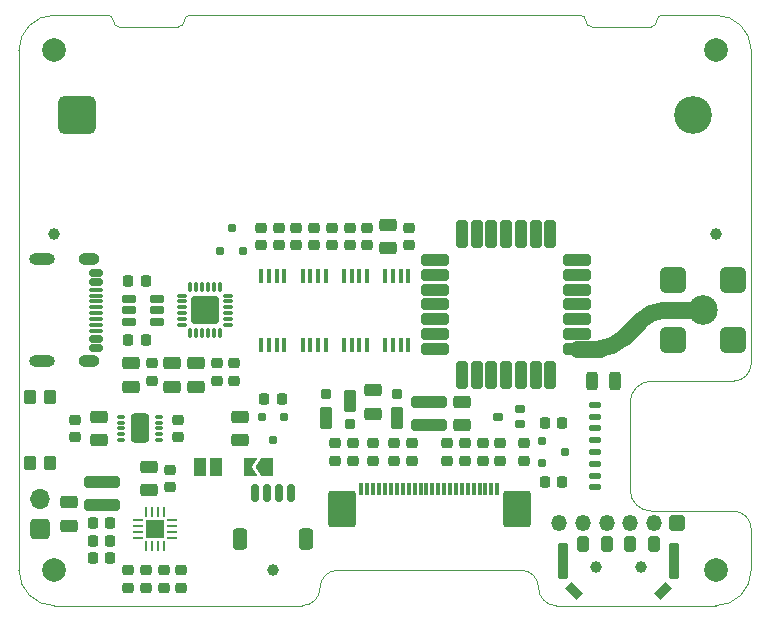
<source format=gbr>
%TF.GenerationSoftware,KiCad,Pcbnew,8.0.8+1*%
%TF.CreationDate,Date%
%TF.ProjectId,LoRa-V3-PCB,4c6f5261-2d56-4332-9d50-43422e6b6963,rev?*%
%TF.SameCoordinates,Original*%
%TF.FileFunction,Soldermask,Top*%
%TF.FilePolarity,Negative*%
%FSLAX46Y46*%
G04 Gerber Fmt 4.6, Leading zero omitted, Abs format (unit mm)*
G04 Created by KiCad*
%MOMM*%
%LPD*%
G01*
G04 APERTURE LIST*
G04 Aperture macros list*
%AMRoundRect*
0 Rectangle with rounded corners*
0 $1 Rounding radius*
0 $2 $3 $4 $5 $6 $7 $8 $9 X,Y pos of 4 corners*
0 Add a 4 corners polygon primitive as box body*
4,1,4,$2,$3,$4,$5,$6,$7,$8,$9,$2,$3,0*
0 Add four circle primitives for the rounded corners*
1,1,$1+$1,$2,$3*
1,1,$1+$1,$4,$5*
1,1,$1+$1,$6,$7*
1,1,$1+$1,$8,$9*
0 Add four rect primitives between the rounded corners*
20,1,$1+$1,$2,$3,$4,$5,0*
20,1,$1+$1,$4,$5,$6,$7,0*
20,1,$1+$1,$6,$7,$8,$9,0*
20,1,$1+$1,$8,$9,$2,$3,0*%
%AMFreePoly0*
4,1,6,1.000000,0.000000,0.500000,-0.750000,-0.500000,-0.750000,-0.500000,0.750000,0.500000,0.750000,1.000000,0.000000,1.000000,0.000000,$1*%
%AMFreePoly1*
4,1,6,0.500000,-0.750000,-0.650000,-0.750000,-0.150000,0.000000,-0.650000,0.750000,0.500000,0.750000,0.500000,-0.750000,0.500000,-0.750000,$1*%
G04 Aperture macros list end*
%TA.AperFunction,Profile*%
%ADD10C,0.050000*%
%TD*%
%TA.AperFunction,Profile*%
%ADD11C,0.100000*%
%TD*%
%ADD12C,1.400000*%
%ADD13RoundRect,0.070000X0.105000X-0.530000X0.105000X0.530000X-0.105000X0.530000X-0.105000X-0.530000X0*%
%ADD14R,1.000000X1.500000*%
%ADD15RoundRect,0.200000X-0.300000X0.400000X-0.300000X-0.400000X0.300000X-0.400000X0.300000X0.400000X0*%
%ADD16RoundRect,0.200000X0.550000X-0.300000X0.550000X0.300000X-0.550000X0.300000X-0.550000X-0.300000X0*%
%ADD17RoundRect,0.220000X-0.220000X-0.270000X0.220000X-0.270000X0.220000X0.270000X-0.220000X0.270000X0*%
%ADD18RoundRect,0.220000X0.220000X0.270000X-0.220000X0.270000X-0.220000X-0.270000X0.220000X-0.270000X0*%
%ADD19RoundRect,0.220000X-0.270000X0.220000X-0.270000X-0.220000X0.270000X-0.220000X0.270000X0.220000X0*%
%ADD20RoundRect,0.120000X-0.180000X-0.255000X0.180000X-0.255000X0.180000X0.255000X-0.180000X0.255000X0*%
%ADD21RoundRect,0.220000X0.270000X-0.220000X0.270000X0.220000X-0.270000X0.220000X-0.270000X-0.220000X0*%
%ADD22RoundRect,0.120000X0.180000X0.255000X-0.180000X0.255000X-0.180000X-0.255000X0.180000X-0.255000X0*%
%ADD23RoundRect,0.200000X-0.550000X0.300000X-0.550000X-0.300000X0.550000X-0.300000X0.550000X0.300000X0*%
%ADD24RoundRect,0.200000X-1.300000X0.300000X-1.300000X-0.300000X1.300000X-0.300000X1.300000X0.300000X0*%
%ADD25C,1.000000*%
%ADD26RoundRect,0.062500X-0.375000X-0.062500X0.375000X-0.062500X0.375000X0.062500X-0.375000X0.062500X0*%
%ADD27RoundRect,0.062500X-0.062500X-0.375000X0.062500X-0.375000X0.062500X0.375000X-0.062500X0.375000X0*%
%ADD28RoundRect,0.240000X-0.560000X-0.560000X0.560000X-0.560000X0.560000X0.560000X-0.560000X0.560000X0*%
%ADD29RoundRect,0.120000X0.480000X0.180000X-0.480000X0.180000X-0.480000X-0.180000X0.480000X-0.180000X0*%
%ADD30RoundRect,0.060000X-0.265000X0.090000X-0.265000X-0.090000X0.265000X-0.090000X0.265000X0.090000X0*%
%ADD31RoundRect,0.310000X-0.465000X0.930000X-0.465000X-0.930000X0.465000X-0.930000X0.465000X0.930000X0*%
%ADD32RoundRect,0.132000X0.298000X-0.198000X0.298000X0.198000X-0.298000X0.198000X-0.298000X-0.198000X0*%
%ADD33RoundRect,0.165000X0.385000X-0.735000X0.385000X0.735000X-0.385000X0.735000X-0.385000X-0.735000X0*%
%ADD34RoundRect,0.120000X0.280000X-0.280000X0.280000X0.280000X-0.280000X0.280000X-0.280000X-0.280000X0*%
%ADD35RoundRect,0.200000X1.300000X-0.300000X1.300000X0.300000X-1.300000X0.300000X-1.300000X-0.300000X0*%
%ADD36C,2.000000*%
%ADD37RoundRect,0.523529X-1.078471X-1.078471X1.078471X-1.078471X1.078471X1.078471X-1.078471X1.078471X0*%
%ADD38C,3.204000*%
%ADD39RoundRect,0.250000X-0.425000X0.425000X-0.425000X-0.425000X0.425000X-0.425000X0.425000X0.425000X0*%
%ADD40O,1.350000X1.350000*%
%ADD41RoundRect,0.060000X-0.365000X-0.090000X0.365000X-0.090000X0.365000X0.090000X-0.365000X0.090000X0*%
%ADD42RoundRect,0.060000X-0.090000X-0.365000X0.090000X-0.365000X0.090000X0.365000X-0.090000X0.365000X0*%
%ADD43RoundRect,0.235000X-0.940000X-0.940000X0.940000X-0.940000X0.940000X0.940000X-0.940000X0.940000X0*%
%ADD44RoundRect,0.150000X0.350000X0.500000X-0.350000X0.500000X-0.350000X-0.500000X0.350000X-0.500000X0*%
%ADD45RoundRect,0.127500X0.297500X1.372500X-0.297500X1.372500X-0.297500X-1.372500X0.297500X-1.372500X0*%
%ADD46RoundRect,0.120000X0.608112X0.212132X0.212132X0.608112X-0.608112X-0.212132X-0.212132X-0.608112X0*%
%ADD47RoundRect,0.120000X-0.212132X0.608112X-0.608112X0.212132X0.212132X-0.608112X0.608112X-0.212132X0*%
%ADD48RoundRect,0.120000X-0.255000X0.180000X-0.255000X-0.180000X0.255000X-0.180000X0.255000X0.180000X0*%
%ADD49C,2.500000*%
%ADD50RoundRect,0.440000X0.660000X0.660000X-0.660000X0.660000X-0.660000X-0.660000X0.660000X-0.660000X0*%
%ADD51RoundRect,0.200000X-0.300000X-0.550000X0.300000X-0.550000X0.300000X0.550000X-0.300000X0.550000X0*%
%ADD52RoundRect,0.150000X-0.150000X-0.625000X0.150000X-0.625000X0.150000X0.625000X-0.150000X0.625000X0*%
%ADD53RoundRect,0.250000X-0.350000X-0.650000X0.350000X-0.650000X0.350000X0.650000X-0.350000X0.650000X0*%
%ADD54RoundRect,0.230000X-0.920000X-1.320000X0.920000X-1.320000X0.920000X1.320000X-0.920000X1.320000X0*%
%ADD55RoundRect,0.060000X-0.090000X-0.490000X0.090000X-0.490000X0.090000X0.490000X-0.090000X0.490000X0*%
%ADD56RoundRect,0.340000X0.510000X0.510000X-0.510000X0.510000X-0.510000X-0.510000X0.510000X-0.510000X0*%
%ADD57O,1.700000X1.700000*%
%ADD58RoundRect,0.165000X-0.385000X0.735000X-0.385000X-0.735000X0.385000X-0.735000X0.385000X0.735000X0*%
%ADD59RoundRect,0.120000X-0.280000X0.280000X-0.280000X-0.280000X0.280000X-0.280000X0.280000X0.280000X0*%
%ADD60RoundRect,0.120000X-0.455000X0.180000X-0.455000X-0.180000X0.455000X-0.180000X0.455000X0.180000X0*%
%ADD61RoundRect,0.075000X-0.500000X0.075000X-0.500000X-0.075000X0.500000X-0.075000X0.500000X0.075000X0*%
%ADD62O,1.800000X1.000000*%
%ADD63O,2.200000X1.000000*%
%ADD64RoundRect,0.125000X0.425000X-0.125000X0.425000X0.125000X-0.425000X0.125000X-0.425000X-0.125000X0*%
%ADD65RoundRect,0.200000X0.950000X-0.300000X0.950000X0.300000X-0.950000X0.300000X-0.950000X-0.300000X0*%
%ADD66RoundRect,0.200000X0.300000X0.950000X-0.300000X0.950000X-0.300000X-0.950000X0.300000X-0.950000X0*%
%ADD67RoundRect,0.200000X-0.950000X0.300000X-0.950000X-0.300000X0.950000X-0.300000X0.950000X0.300000X0*%
%ADD68RoundRect,0.200000X-0.300000X-0.950000X0.300000X-0.950000X0.300000X0.950000X-0.300000X0.950000X0*%
%ADD69FreePoly0,180.000000*%
%ADD70FreePoly1,180.000000*%
G04 APERTURE END LIST*
D10*
X162500000Y-73000000D02*
G75*
G02*
X162000000Y-72500000I0J500000D01*
G01*
D11*
X114000000Y-75000000D02*
X114000000Y-119000000D01*
X167550000Y-114000000D02*
X174500000Y-114000000D01*
D10*
X128500000Y-72000000D02*
X161500000Y-72000000D01*
D11*
X176000000Y-119000000D02*
G75*
G02*
X173000000Y-122000000I-3000000J0D01*
G01*
D10*
X161500000Y-72000000D02*
G75*
G02*
X162000000Y-72500000I0J-500000D01*
G01*
X122500000Y-73000000D02*
G75*
G02*
X122000000Y-72500000I0J500000D01*
G01*
X128000000Y-72500000D02*
G75*
G02*
X128500000Y-72000000I500000J0D01*
G01*
D11*
X176000000Y-115500000D02*
X176000000Y-119000000D01*
D10*
X167500000Y-73000000D02*
X162500000Y-73000000D01*
D11*
X165750000Y-104800000D02*
G75*
G02*
X167550000Y-103000000I1800000J0D01*
G01*
X139500000Y-120500000D02*
G75*
G02*
X138000000Y-122000000I-1500000J0D01*
G01*
X139500000Y-120500000D02*
G75*
G02*
X141000000Y-119000000I1500000J0D01*
G01*
D10*
X122500000Y-73000000D02*
X127500000Y-73000000D01*
X121500000Y-72000000D02*
G75*
G02*
X122000000Y-72500000I0J-500000D01*
G01*
D11*
X176000000Y-101500000D02*
G75*
G02*
X174500000Y-103000000I-1500000J0D01*
G01*
X117000000Y-122000000D02*
G75*
G02*
X114000000Y-119000000I0J3000000D01*
G01*
D10*
X128000000Y-72500000D02*
G75*
G02*
X127500000Y-73000000I-500000J0D01*
G01*
D11*
X156500000Y-119000000D02*
G75*
G02*
X158000000Y-120500000I0J-1500000D01*
G01*
X174500000Y-103000000D02*
X167550000Y-103000000D01*
X159500000Y-122000000D02*
X173000000Y-122000000D01*
X167550000Y-114000000D02*
G75*
G02*
X165750000Y-112200000I0J1800000D01*
G01*
X165750000Y-104800000D02*
X165750000Y-112200000D01*
X173000000Y-72000000D02*
G75*
G02*
X176000000Y-75000000I0J-3000000D01*
G01*
X156500000Y-119000000D02*
X141000000Y-119000000D01*
D10*
X117000000Y-72000000D02*
X121500000Y-72000000D01*
D11*
X176000000Y-75000000D02*
X176000000Y-101500000D01*
D10*
X168000000Y-72500000D02*
G75*
G02*
X167500000Y-73000000I-500000J0D01*
G01*
D11*
X114000000Y-75000000D02*
G75*
G02*
X117000000Y-72000000I3000000J0D01*
G01*
X174500000Y-114000000D02*
G75*
G02*
X176000000Y-115500000I0J-1500000D01*
G01*
X159500000Y-122000000D02*
G75*
G02*
X158000000Y-120500000I0J1500000D01*
G01*
D10*
X168500000Y-72000000D02*
X173000000Y-72000000D01*
X168000000Y-72500000D02*
G75*
G02*
X168500000Y-72000000I500000J0D01*
G01*
D11*
X117000000Y-122000000D02*
X138000000Y-122000000D01*
D12*
X168574270Y-97001892D02*
X171898108Y-97001892D01*
X161250000Y-100250000D02*
X161251863Y-100248137D01*
X165128680Y-99371320D02*
G75*
G02*
X163175730Y-100248102I-2133880J2139620D01*
G01*
X165128680Y-99371320D02*
X166621321Y-97878679D01*
X161251863Y-100248137D02*
X163175732Y-100248137D01*
X166621321Y-97878679D02*
G75*
G02*
X168574270Y-97001898I2133879J-2139621D01*
G01*
X171898108Y-97001892D02*
X171900000Y-97000000D01*
D13*
%TO.C,IC9*%
X141525000Y-99900000D03*
X142175000Y-99900000D03*
X142825000Y-99900000D03*
X143475000Y-99900000D03*
X143475000Y-94100000D03*
X142825000Y-94100000D03*
X142175000Y-94100000D03*
X141525000Y-94100000D03*
%TD*%
D14*
%TO.C,JP1*%
X129350000Y-110250000D03*
X130650000Y-110250000D03*
%TD*%
D15*
%TO.C,SW1*%
X116600000Y-109900000D03*
X114900000Y-109900000D03*
X116600000Y-104300000D03*
X114900000Y-104300000D03*
%TD*%
D16*
%TO.C,C15*%
X144000000Y-105750000D03*
X144000000Y-103750000D03*
%TD*%
D17*
%TO.C,R19*%
X120250000Y-116500000D03*
X121750000Y-116500000D03*
%TD*%
D16*
%TO.C,C25*%
X132750000Y-108000000D03*
X132750000Y-106000000D03*
%TD*%
D18*
%TO.C,C9*%
X121750000Y-118000000D03*
X120250000Y-118000000D03*
%TD*%
D19*
%TO.C,R10*%
X139000000Y-90000000D03*
X139000000Y-91500000D03*
%TD*%
D20*
%TO.C,Q4*%
X131050000Y-92000000D03*
X132950000Y-92000000D03*
X132000000Y-90000000D03*
%TD*%
D21*
%TO.C,R14*%
X126250000Y-120500000D03*
X126250000Y-119000000D03*
%TD*%
D22*
%TO.C,Q3*%
X136450000Y-106000000D03*
X134550000Y-106000000D03*
X135500000Y-108000000D03*
%TD*%
D21*
%TO.C,R5*%
X127500000Y-107750000D03*
X127500000Y-106250000D03*
%TD*%
D19*
%TO.C,C32*%
X145750000Y-108250000D03*
X145750000Y-109750000D03*
%TD*%
%TO.C,C35*%
X147250000Y-108250000D03*
X147250000Y-109750000D03*
%TD*%
D21*
%TO.C,R13*%
X130750000Y-103000000D03*
X130750000Y-101500000D03*
%TD*%
D23*
%TO.C,C14*%
X127000000Y-101500000D03*
X127000000Y-103500000D03*
%TD*%
D18*
%TO.C,R7*%
X124750000Y-94500000D03*
X123250000Y-94500000D03*
%TD*%
D24*
%TO.C,L1*%
X148750000Y-104750000D03*
X148750000Y-106750000D03*
%TD*%
D21*
%TO.C,C6*%
X136000000Y-91500000D03*
X136000000Y-90000000D03*
%TD*%
D17*
%TO.C,R2*%
X120250000Y-115000000D03*
X121750000Y-115000000D03*
%TD*%
D13*
%TO.C,IC11*%
X134525000Y-99900000D03*
X135175000Y-99900000D03*
X135825000Y-99900000D03*
X136475000Y-99900000D03*
X136475000Y-94100000D03*
X135825000Y-94100000D03*
X135175000Y-94100000D03*
X134525000Y-94100000D03*
%TD*%
D25*
%TO.C,F2*%
X117000000Y-90500000D03*
%TD*%
D26*
%TO.C,IC4*%
X124062500Y-114750000D03*
X124062500Y-115250000D03*
X124062500Y-115750000D03*
X124062500Y-116250000D03*
D27*
X124750000Y-116937500D03*
X125250000Y-116937500D03*
X125750000Y-116937500D03*
X126250000Y-116937500D03*
D26*
X126937500Y-116250000D03*
X126937500Y-115750000D03*
X126937500Y-115250000D03*
X126937500Y-114750000D03*
D27*
X126250000Y-114062500D03*
X125750000Y-114062500D03*
X125250000Y-114062500D03*
X124750000Y-114062500D03*
D28*
X125500000Y-115500000D03*
%TD*%
D29*
%TO.C,IC3*%
X125650000Y-97950000D03*
X125650000Y-97000000D03*
X125650000Y-96050000D03*
X123350000Y-96050000D03*
X123350000Y-97000000D03*
X123350000Y-97950000D03*
%TD*%
D19*
%TO.C,C31*%
X151750000Y-108250000D03*
X151750000Y-109750000D03*
%TD*%
D30*
%TO.C,IC12*%
X122600000Y-106000000D03*
X122600000Y-106500000D03*
X122600000Y-107000000D03*
X122600000Y-107500000D03*
X122600000Y-108000000D03*
X125900000Y-108000000D03*
X125900000Y-107500000D03*
X125900000Y-107000000D03*
X125900000Y-106500000D03*
X125900000Y-106000000D03*
D31*
X124250000Y-107000000D03*
%TD*%
D19*
%TO.C,R21*%
X123250000Y-119000000D03*
X123250000Y-120500000D03*
%TD*%
D32*
%TO.C,Q1*%
X156425000Y-106650000D03*
X156425000Y-105350000D03*
X154575000Y-106000000D03*
%TD*%
D21*
%TO.C,R3*%
X125250000Y-103000000D03*
X125250000Y-101500000D03*
%TD*%
D33*
%TO.C,D3*%
X140000000Y-106100000D03*
D34*
X140000000Y-104100000D03*
%TD*%
D35*
%TO.C,L2*%
X121000000Y-113500000D03*
X121000000Y-111500000D03*
%TD*%
D16*
%TO.C,C26*%
X145250000Y-91750000D03*
X145250000Y-89750000D03*
%TD*%
D36*
%TO.C,H3*%
X117000000Y-119000000D03*
%TD*%
D13*
%TO.C,IC10*%
X138025000Y-99900000D03*
X138675000Y-99900000D03*
X139325000Y-99900000D03*
X139975000Y-99900000D03*
X139975000Y-94100000D03*
X139325000Y-94100000D03*
X138675000Y-94100000D03*
X138025000Y-94100000D03*
%TD*%
D36*
%TO.C,H2*%
X173000000Y-75000000D03*
%TD*%
D13*
%TO.C,IC8*%
X145025000Y-99900000D03*
X145675000Y-99900000D03*
X146325000Y-99900000D03*
X146975000Y-99900000D03*
X146975000Y-94100000D03*
X146325000Y-94100000D03*
X145675000Y-94100000D03*
X145025000Y-94100000D03*
%TD*%
D18*
%TO.C,R23*%
X160000000Y-111500000D03*
X158500000Y-111500000D03*
%TD*%
D19*
%TO.C,C2*%
X118750000Y-106250000D03*
X118750000Y-107750000D03*
%TD*%
D21*
%TO.C,C10*%
X126750000Y-112000000D03*
X126750000Y-110500000D03*
%TD*%
D37*
%TO.C,CONN2*%
X118900000Y-80500000D03*
D38*
X171100000Y-80500000D03*
%TD*%
D39*
%TO.C,CONN8*%
X169750000Y-115000000D03*
D40*
X167750000Y-115000000D03*
X165750000Y-115000000D03*
X163750000Y-115000000D03*
X161750000Y-115000000D03*
X159750000Y-115000000D03*
%TD*%
D19*
%TO.C,C36*%
X144000000Y-108250000D03*
X144000000Y-109750000D03*
%TD*%
D25*
%TO.C,F1*%
X135500000Y-119000000D03*
%TD*%
D41*
%TO.C,IC2*%
X127800000Y-95750000D03*
X127800000Y-96250000D03*
X127800000Y-96750000D03*
X127800000Y-97250000D03*
X127800000Y-97750000D03*
X127800000Y-98250000D03*
D42*
X128500000Y-98950000D03*
X129000000Y-98950000D03*
X129500000Y-98950000D03*
X130000000Y-98950000D03*
X130500000Y-98950000D03*
X131000000Y-98950000D03*
D41*
X131700000Y-98250000D03*
X131700000Y-97750000D03*
X131700000Y-97250000D03*
X131700000Y-96750000D03*
X131700000Y-96250000D03*
X131700000Y-95750000D03*
D42*
X131000000Y-95050000D03*
X130500000Y-95050000D03*
X130000000Y-95050000D03*
X129500000Y-95050000D03*
X129000000Y-95050000D03*
X128500000Y-95050000D03*
D43*
X129750000Y-97000000D03*
%TD*%
D25*
%TO.C,SW2*%
X166650000Y-118750000D03*
X162850000Y-118750000D03*
D44*
X167750000Y-116800000D03*
X161750000Y-116800000D03*
X165750000Y-116800000D03*
D45*
X169425000Y-118250000D03*
D46*
X168500000Y-120800000D03*
D47*
X161000000Y-120800000D03*
D45*
X160075000Y-118250000D03*
D44*
X163750000Y-116800000D03*
%TD*%
D19*
%TO.C,R20*%
X124750000Y-119000000D03*
X124750000Y-120500000D03*
%TD*%
D48*
%TO.C,Q2*%
X158250000Y-108050000D03*
X158250000Y-109950000D03*
X160250000Y-109000000D03*
%TD*%
D49*
%TO.C,CONN5*%
X171900000Y-97000000D03*
D50*
X174440000Y-99540000D03*
X174440000Y-94460000D03*
X169360000Y-99540000D03*
X169360000Y-94460000D03*
%TD*%
D33*
%TO.C,D2*%
X146000000Y-106100000D03*
D34*
X146000000Y-104100000D03*
%TD*%
D51*
%TO.C,C27*%
X162500000Y-103000000D03*
X164500000Y-103000000D03*
%TD*%
D52*
%TO.C,CONN3*%
X134000000Y-112500000D03*
X135000000Y-112500000D03*
X136000000Y-112500000D03*
X137000000Y-112500000D03*
D53*
X132700000Y-116375000D03*
X138300000Y-116375000D03*
%TD*%
D21*
%TO.C,C1*%
X147000000Y-91500000D03*
X147000000Y-90000000D03*
%TD*%
D19*
%TO.C,C34*%
X150250000Y-108250000D03*
X150250000Y-109750000D03*
%TD*%
%TO.C,C33*%
X142250000Y-108250000D03*
X142250000Y-109750000D03*
%TD*%
D36*
%TO.C,H1*%
X117000000Y-75000000D03*
%TD*%
D19*
%TO.C,R9*%
X140500000Y-90000000D03*
X140500000Y-91500000D03*
%TD*%
D21*
%TO.C,C8*%
X143500000Y-91500000D03*
X143500000Y-90000000D03*
%TD*%
D23*
%TO.C,C13*%
X129000000Y-101500000D03*
X129000000Y-103500000D03*
%TD*%
D16*
%TO.C,C11*%
X123500000Y-103500000D03*
X123500000Y-101500000D03*
%TD*%
D19*
%TO.C,C37*%
X140750000Y-108250000D03*
X140750000Y-109750000D03*
%TD*%
D36*
%TO.C,H4*%
X173000000Y-119000000D03*
%TD*%
D18*
%TO.C,R18*%
X136250000Y-104500000D03*
X134750000Y-104500000D03*
%TD*%
%TO.C,R6*%
X124750000Y-99500000D03*
X123250000Y-99500000D03*
%TD*%
D54*
%TO.C,CONN6*%
X141330000Y-113850000D03*
X156170000Y-113850000D03*
D55*
X154500000Y-112150000D03*
X154000000Y-112150000D03*
X153500000Y-112150000D03*
X153000000Y-112150000D03*
X152500000Y-112150000D03*
X152000000Y-112150000D03*
X151500000Y-112150000D03*
X151000000Y-112150000D03*
X150500000Y-112150000D03*
X150000000Y-112150000D03*
X149500000Y-112150000D03*
X149000000Y-112150000D03*
X148500000Y-112150000D03*
X148000000Y-112150000D03*
X147500000Y-112150000D03*
X147000000Y-112150000D03*
X146500000Y-112150000D03*
X146000000Y-112150000D03*
X145500000Y-112150000D03*
X145000000Y-112150000D03*
X144500000Y-112150000D03*
X144000000Y-112150000D03*
X143500000Y-112150000D03*
X143000000Y-112150000D03*
%TD*%
D56*
%TO.C,CONN4*%
X115750000Y-115500000D03*
D57*
X115750000Y-112960000D03*
%TD*%
D58*
%TO.C,D1*%
X142000000Y-104650000D03*
D59*
X142000000Y-106650000D03*
%TD*%
D16*
%TO.C,C18*%
X151500000Y-106750000D03*
X151500000Y-104750000D03*
%TD*%
D21*
%TO.C,C5*%
X142000000Y-91500000D03*
X142000000Y-90000000D03*
%TD*%
D60*
%TO.C,CONN1*%
X120505000Y-93800000D03*
X120505000Y-94600000D03*
D61*
X120505000Y-95750000D03*
X120505000Y-96750000D03*
X120505000Y-97250000D03*
X120505000Y-98250000D03*
D60*
X120505000Y-100200000D03*
X120505000Y-99400000D03*
D61*
X120505000Y-98750000D03*
X120505000Y-97750000D03*
X120505000Y-96250000D03*
X120505000Y-95250000D03*
D62*
X119930000Y-92680000D03*
X119930000Y-101320000D03*
D63*
X115930000Y-92680000D03*
X115930000Y-101320000D03*
%TD*%
D19*
%TO.C,R8*%
X137500000Y-90000000D03*
X137500000Y-91500000D03*
%TD*%
D21*
%TO.C,R11*%
X127750000Y-120500000D03*
X127750000Y-119000000D03*
%TD*%
D64*
%TO.C,CONN7*%
X162750000Y-112000000D03*
X162750000Y-111000000D03*
X162750000Y-110000000D03*
X162750000Y-109000000D03*
X162750000Y-108000000D03*
X162750000Y-107000000D03*
X162750000Y-106000000D03*
X162750000Y-105000000D03*
%TD*%
D19*
%TO.C,C30*%
X153250000Y-108250000D03*
X153250000Y-109750000D03*
%TD*%
D21*
%TO.C,C7*%
X134500000Y-91500000D03*
X134500000Y-90000000D03*
%TD*%
D23*
%TO.C,C17*%
X118250000Y-113250000D03*
X118250000Y-115250000D03*
%TD*%
D25*
%TO.C,F3*%
X173000000Y-90500000D03*
%TD*%
D65*
%TO.C,IC1*%
X149250000Y-92750000D03*
X149250000Y-94000000D03*
X149250000Y-95250000D03*
X149250000Y-96500000D03*
X149250000Y-97750000D03*
X149250000Y-99000000D03*
X149250000Y-100250000D03*
D66*
X151500000Y-102500000D03*
X152750000Y-102500000D03*
X154000000Y-102500000D03*
X155250000Y-102500000D03*
X156500000Y-102500000D03*
X157750000Y-102500000D03*
X159000000Y-102500000D03*
D67*
X161250000Y-100250000D03*
X161250000Y-99000000D03*
X161250000Y-97750000D03*
X161250000Y-96500000D03*
X161250000Y-95250000D03*
X161250000Y-94000000D03*
X161250000Y-92750000D03*
D68*
X159000000Y-90500000D03*
X157750000Y-90500000D03*
X156500000Y-90500000D03*
X155250000Y-90500000D03*
X154000000Y-90500000D03*
X152750000Y-90500000D03*
X151500000Y-90500000D03*
%TD*%
D16*
%TO.C,C16*%
X125000000Y-112250000D03*
X125000000Y-110250000D03*
%TD*%
D17*
%TO.C,R17*%
X158500000Y-106500000D03*
X160000000Y-106500000D03*
%TD*%
D21*
%TO.C,R1*%
X154750000Y-109750000D03*
X154750000Y-108250000D03*
%TD*%
D69*
%TO.C,JP2*%
X134975000Y-110250000D03*
D70*
X133525000Y-110250000D03*
%TD*%
D16*
%TO.C,C12*%
X120750000Y-108000000D03*
X120750000Y-106000000D03*
%TD*%
D19*
%TO.C,R15*%
X132250000Y-101500000D03*
X132250000Y-103000000D03*
%TD*%
D21*
%TO.C,R12*%
X156750000Y-109750000D03*
X156750000Y-108250000D03*
%TD*%
M02*

</source>
